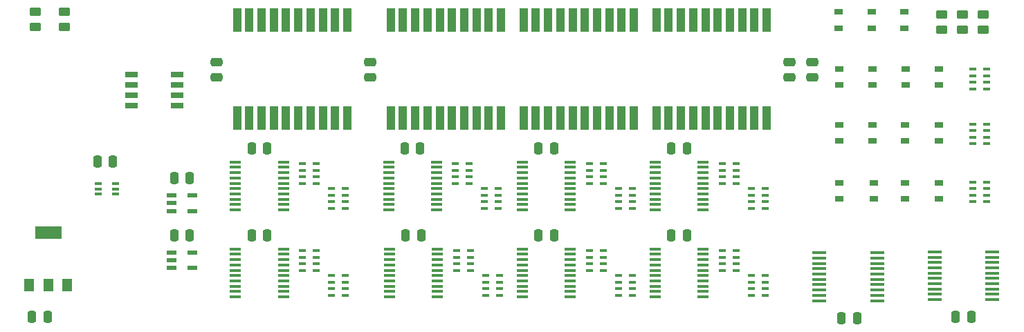
<source format=gtp>
%TF.GenerationSoftware,KiCad,Pcbnew,8.0.5*%
%TF.CreationDate,2024-11-30T10:21:50+02:00*%
%TF.ProjectId,W65C816 Debug Display,57363543-3831-4362-9044-656275672044,V1*%
%TF.SameCoordinates,PX2b4c984PY5781bbc*%
%TF.FileFunction,Paste,Top*%
%TF.FilePolarity,Positive*%
%FSLAX46Y46*%
G04 Gerber Fmt 4.6, Leading zero omitted, Abs format (unit mm)*
G04 Created by KiCad (PCBNEW 8.0.5) date 2024-11-30 10:21:50*
%MOMM*%
%LPD*%
G01*
G04 APERTURE LIST*
G04 Aperture macros list*
%AMRoundRect*
0 Rectangle with rounded corners*
0 $1 Rounding radius*
0 $2 $3 $4 $5 $6 $7 $8 $9 X,Y pos of 4 corners*
0 Add a 4 corners polygon primitive as box body*
4,1,4,$2,$3,$4,$5,$6,$7,$8,$9,$2,$3,0*
0 Add four circle primitives for the rounded corners*
1,1,$1+$1,$2,$3*
1,1,$1+$1,$4,$5*
1,1,$1+$1,$6,$7*
1,1,$1+$1,$8,$9*
0 Add four rect primitives between the rounded corners*
20,1,$1+$1,$2,$3,$4,$5,0*
20,1,$1+$1,$4,$5,$6,$7,0*
20,1,$1+$1,$6,$7,$8,$9,0*
20,1,$1+$1,$8,$9,$2,$3,0*%
G04 Aperture macros list end*
%ADD10RoundRect,0.250000X0.475000X-0.250000X0.475000X0.250000X-0.475000X0.250000X-0.475000X-0.250000X0*%
%ADD11RoundRect,0.250000X0.450000X-0.262500X0.450000X0.262500X-0.450000X0.262500X-0.450000X-0.262500X0*%
%ADD12R,1.000000X0.800000*%
%ADD13RoundRect,0.250000X0.250000X0.475000X-0.250000X0.475000X-0.250000X-0.475000X0.250000X-0.475000X0*%
%ADD14R,0.900000X0.450000*%
%ADD15R,1.800000X0.450000*%
%ADD16R,1.000000X3.000000*%
%ADD17R,1.475000X0.450000*%
%ADD18R,0.875000X0.450000*%
%ADD19RoundRect,0.250000X-0.250000X-0.475000X0.250000X-0.475000X0.250000X0.475000X-0.250000X0.475000X0*%
%ADD20R,1.500000X0.700000*%
%ADD21R,1.250000X0.600000*%
%ADD22R,1.200000X1.500000*%
%ADD23R,3.300000X1.500000*%
G04 APERTURE END LIST*
D10*
%TO.C,C4*%
X43307000Y34118000D03*
X43307000Y36018000D03*
%TD*%
D11*
%TO.C,R5*%
X115819500Y39996700D03*
X115819500Y41821700D03*
%TD*%
D12*
%TO.C,LED5*%
X104834000Y28305800D03*
X104834000Y26305800D03*
%TD*%
D13*
%TO.C,C7*%
X21254000Y21717000D03*
X19354000Y21717000D03*
%TD*%
D10*
%TO.C,C9*%
X97437000Y34118000D03*
X97437000Y36018000D03*
%TD*%
D12*
%TO.C,LED10*%
X108898000Y35163800D03*
X108898000Y33163800D03*
%TD*%
%TO.C,LED11*%
X112962000Y35163800D03*
X112962000Y33163800D03*
%TD*%
D14*
%TO.C,RN14*%
X71860000Y10433800D03*
X71860000Y11233800D03*
X71860000Y12033800D03*
X71860000Y12833800D03*
X70160000Y12833800D03*
X70160000Y12033800D03*
X70160000Y11233800D03*
X70160000Y10433800D03*
%TD*%
%TO.C,RN16*%
X59160000Y7385800D03*
X59160000Y8185800D03*
X59160000Y8985800D03*
X59160000Y9785800D03*
X57460000Y9785800D03*
X57460000Y8985800D03*
X57460000Y8185800D03*
X57460000Y7385800D03*
%TD*%
D15*
%TO.C,IC11*%
X105404000Y6727000D03*
X105404000Y7377000D03*
X105404001Y8027000D03*
X105404000Y8677000D03*
X105404000Y9327000D03*
X105404000Y9977000D03*
X105404000Y10627000D03*
X105404001Y11277000D03*
X105404000Y11927000D03*
X105404000Y12577000D03*
X98304000Y12577000D03*
X98304000Y11927000D03*
X98303999Y11277000D03*
X98304000Y10627000D03*
X98304000Y9977000D03*
X98304000Y9327000D03*
X98304000Y8677000D03*
X98303999Y8027000D03*
X98304000Y7377000D03*
X98304000Y6727000D03*
%TD*%
D14*
%TO.C,RN17*%
X59033000Y18053800D03*
X59033000Y18853800D03*
X59033000Y19653800D03*
X59033000Y20453800D03*
X57333000Y20453800D03*
X57333000Y19653800D03*
X57333000Y18853800D03*
X57333000Y18053800D03*
%TD*%
D12*
%TO.C,LED9*%
X104834000Y35163800D03*
X104834000Y33163800D03*
%TD*%
D16*
%TO.C,DS1*%
X27051000Y29117000D03*
X28551000Y29117000D03*
X30051000Y29117000D03*
X31551000Y29117000D03*
X33051000Y29117000D03*
X34551000Y29117000D03*
X36051000Y29117000D03*
X37551000Y29117000D03*
X39051000Y29117000D03*
X40551000Y29117000D03*
X40551000Y41117000D03*
X39051000Y41117000D03*
X37551000Y41117000D03*
X36051000Y41117000D03*
X34551000Y41117000D03*
X33051000Y41117000D03*
X31551000Y41117000D03*
X30051000Y41117000D03*
X28551000Y41117000D03*
X27051000Y41117000D03*
%TD*%
D17*
%TO.C,IC8*%
X45593000Y23722000D03*
X45593000Y23072000D03*
X45593000Y22422000D03*
X45593000Y21772000D03*
X45593000Y21122000D03*
X45593000Y20472000D03*
X45593000Y19822000D03*
X45593000Y19172000D03*
X45593000Y18522000D03*
X45593000Y17872000D03*
X51469000Y17872000D03*
X51469000Y18522000D03*
X51469000Y19172000D03*
X51469000Y19822000D03*
X51469000Y20472000D03*
X51469000Y21122000D03*
X51469000Y21772000D03*
X51469000Y22422000D03*
X51469000Y23072000D03*
X51469000Y23722000D03*
%TD*%
D18*
%TO.C,IC12*%
X10033000Y21082000D03*
X10033000Y20432000D03*
X10033000Y19782000D03*
X12157000Y19782000D03*
X12157000Y20432000D03*
X12157000Y21082000D03*
%TD*%
D14*
%TO.C,RN13*%
X75416000Y18053800D03*
X75416000Y18853800D03*
X75416000Y19653800D03*
X75416000Y20453800D03*
X73716000Y20453800D03*
X73716000Y19653800D03*
X73716000Y18853800D03*
X73716000Y18053800D03*
%TD*%
D12*
%TO.C,LED13*%
X104961000Y21193800D03*
X104961000Y19193800D03*
%TD*%
D14*
%TO.C,RN2*%
X118794000Y32709000D03*
X118794000Y33509000D03*
X118794000Y34309000D03*
X118794000Y35109000D03*
X117094000Y35109000D03*
X117094000Y34309000D03*
X117094000Y33509000D03*
X117094000Y32709000D03*
%TD*%
D13*
%TO.C,C19*%
X65848000Y14701000D03*
X63948000Y14701000D03*
%TD*%
D12*
%TO.C,LED3*%
X104770500Y42164000D03*
X104770500Y40164000D03*
%TD*%
%TO.C,LED2*%
X100706500Y42164000D03*
X100706500Y40164000D03*
%TD*%
D17*
%TO.C,IC6*%
X78232000Y23722000D03*
X78232000Y23072000D03*
X78232000Y22422000D03*
X78232000Y21772000D03*
X78232000Y21122000D03*
X78232000Y20472000D03*
X78232000Y19822000D03*
X78232000Y19172000D03*
X78232000Y18522000D03*
X78232000Y17872000D03*
X84108000Y17872000D03*
X84108000Y18522000D03*
X84108000Y19172000D03*
X84108000Y19822000D03*
X84108000Y20472000D03*
X84108000Y21122000D03*
X84108000Y21772000D03*
X84108000Y22422000D03*
X84108000Y23072000D03*
X84108000Y23722000D03*
%TD*%
D12*
%TO.C,LED4*%
X100770000Y28305800D03*
X100770000Y26305800D03*
%TD*%
D19*
%TO.C,C3*%
X1971000Y4750000D03*
X3871000Y4750000D03*
%TD*%
D12*
%TO.C,LED6*%
X108771000Y28305800D03*
X108771000Y26305800D03*
%TD*%
D20*
%TO.C,IC3*%
X14144000Y34417000D03*
X14144000Y33147000D03*
X14144000Y31877000D03*
X14144000Y30607000D03*
X19694000Y30607000D03*
X19694000Y31877000D03*
X19694000Y33147000D03*
X19694000Y34417000D03*
%TD*%
D12*
%TO.C,LED12*%
X100770000Y21193800D03*
X100770000Y19193800D03*
%TD*%
D14*
%TO.C,RN7*%
X36750000Y21101800D03*
X36750000Y21901800D03*
X36750000Y22701800D03*
X36750000Y23501800D03*
X35050000Y23501800D03*
X35050000Y22701800D03*
X35050000Y21901800D03*
X35050000Y21101800D03*
%TD*%
D11*
%TO.C,R3*%
X118349500Y39996700D03*
X118349500Y41821700D03*
%TD*%
D21*
%TO.C,IC9*%
X19070000Y19619000D03*
X19070000Y18669000D03*
X19070000Y17719000D03*
X21570000Y17719000D03*
X21570000Y19619000D03*
%TD*%
D16*
%TO.C,DS3*%
X62120000Y29117000D03*
X63620000Y29117000D03*
X65120000Y29117000D03*
X66620000Y29117000D03*
X68120000Y29117000D03*
X69620000Y29117000D03*
X71120000Y29117000D03*
X72620000Y29117000D03*
X74120000Y29117000D03*
X75620000Y29117000D03*
X75620000Y41117000D03*
X74120000Y41117000D03*
X72620000Y41117000D03*
X71120000Y41117000D03*
X69620000Y41117000D03*
X68120000Y41117000D03*
X66620000Y41117000D03*
X65120000Y41117000D03*
X63620000Y41117000D03*
X62120000Y41117000D03*
%TD*%
D14*
%TO.C,RN4*%
X40306000Y7385800D03*
X40306000Y8185800D03*
X40306000Y8985800D03*
X40306000Y9785800D03*
X38606000Y9785800D03*
X38606000Y8985800D03*
X38606000Y8185800D03*
X38606000Y7385800D03*
%TD*%
%TO.C,RN5*%
X40306000Y18053800D03*
X40306000Y18853800D03*
X40306000Y19653800D03*
X40306000Y20453800D03*
X38606000Y20453800D03*
X38606000Y19653800D03*
X38606000Y18853800D03*
X38606000Y18053800D03*
%TD*%
D11*
%TO.C,R6*%
X2387000Y40310000D03*
X2387000Y42135000D03*
%TD*%
D13*
%TO.C,C18*%
X11856000Y23749000D03*
X9956000Y23749000D03*
%TD*%
D15*
%TO.C,IC10*%
X119501000Y6854000D03*
X119501000Y7504000D03*
X119501001Y8154000D03*
X119501000Y8804000D03*
X119501000Y9454000D03*
X119501000Y10104000D03*
X119501000Y10754000D03*
X119501001Y11404000D03*
X119501000Y12054000D03*
X119501000Y12704000D03*
X112401000Y12704000D03*
X112401000Y12054000D03*
X112400999Y11404000D03*
X112401000Y10754000D03*
X112401000Y10104000D03*
X112401000Y9454000D03*
X112401000Y8804000D03*
X112400999Y8154000D03*
X112401000Y7504000D03*
X112401000Y6854000D03*
%TD*%
D12*
%TO.C,LED1*%
X108707500Y42164000D03*
X108707500Y40164000D03*
%TD*%
D14*
%TO.C,RN6*%
X36750000Y10433800D03*
X36750000Y11233800D03*
X36750000Y12033800D03*
X36750000Y12833800D03*
X35050000Y12833800D03*
X35050000Y12033800D03*
X35050000Y11233800D03*
X35050000Y10433800D03*
%TD*%
D11*
%TO.C,R1*%
X5943000Y40310000D03*
X5943000Y42135000D03*
%TD*%
D13*
%TO.C,C15*%
X82104000Y25369000D03*
X80204000Y25369000D03*
%TD*%
D14*
%TO.C,RN8*%
X91672000Y7385800D03*
X91672000Y8185800D03*
X91672000Y8985800D03*
X91672000Y9785800D03*
X89972000Y9785800D03*
X89972000Y8985800D03*
X89972000Y8185800D03*
X89972000Y7385800D03*
%TD*%
D13*
%TO.C,C23*%
X65848000Y25369000D03*
X63948000Y25369000D03*
%TD*%
D19*
%TO.C,C12*%
X115017000Y4699000D03*
X116917000Y4699000D03*
%TD*%
%TO.C,C13*%
X101047000Y4572000D03*
X102947000Y4572000D03*
%TD*%
D16*
%TO.C,DS4*%
X45864000Y29117000D03*
X47364000Y29117000D03*
X48864000Y29117000D03*
X50364000Y29117000D03*
X51864000Y29117000D03*
X53364000Y29117000D03*
X54864000Y29117000D03*
X56364000Y29117000D03*
X57864000Y29117000D03*
X59364000Y29117000D03*
X59364000Y41117000D03*
X57864000Y41117000D03*
X56364000Y41117000D03*
X54864000Y41117000D03*
X53364000Y41117000D03*
X51864000Y41117000D03*
X50364000Y41117000D03*
X48864000Y41117000D03*
X47364000Y41117000D03*
X45864000Y41117000D03*
%TD*%
D17*
%TO.C,IC15*%
X61976000Y13054000D03*
X61976000Y12404000D03*
X61976000Y11754000D03*
X61976000Y11104000D03*
X61976000Y10454000D03*
X61976000Y9804000D03*
X61976000Y9154000D03*
X61976000Y8504000D03*
X61976000Y7854000D03*
X61976000Y7204000D03*
X67852000Y7204000D03*
X67852000Y7854000D03*
X67852000Y8504000D03*
X67852000Y9154000D03*
X67852000Y9804000D03*
X67852000Y10454000D03*
X67852000Y11104000D03*
X67852000Y11754000D03*
X67852000Y12404000D03*
X67852000Y13054000D03*
%TD*%
%TO.C,IC7*%
X61976000Y23722000D03*
X61976000Y23072000D03*
X61976000Y22422000D03*
X61976000Y21772000D03*
X61976000Y21122000D03*
X61976000Y20472000D03*
X61976000Y19822000D03*
X61976000Y19172000D03*
X61976000Y18522000D03*
X61976000Y17872000D03*
X67852000Y17872000D03*
X67852000Y18522000D03*
X67852000Y19172000D03*
X67852000Y19822000D03*
X67852000Y20472000D03*
X67852000Y21122000D03*
X67852000Y21772000D03*
X67852000Y22422000D03*
X67852000Y23072000D03*
X67852000Y23722000D03*
%TD*%
D14*
%TO.C,RN9*%
X91672000Y18053800D03*
X91672000Y18853800D03*
X91672000Y19653800D03*
X91672000Y20453800D03*
X89972000Y20453800D03*
X89972000Y19653800D03*
X89972000Y18853800D03*
X89972000Y18053800D03*
%TD*%
%TO.C,RN18*%
X55604000Y10433800D03*
X55604000Y11233800D03*
X55604000Y12033800D03*
X55604000Y12833800D03*
X53904000Y12833800D03*
X53904000Y12033800D03*
X53904000Y11233800D03*
X53904000Y10433800D03*
%TD*%
D17*
%TO.C,IC5*%
X26866000Y23722000D03*
X26866000Y23072000D03*
X26866000Y22422000D03*
X26866000Y21772000D03*
X26866000Y21122000D03*
X26866000Y20472000D03*
X26866000Y19822000D03*
X26866000Y19172000D03*
X26866000Y18522000D03*
X26866000Y17872000D03*
X32742000Y17872000D03*
X32742000Y18522000D03*
X32742000Y19172000D03*
X32742000Y19822000D03*
X32742000Y20472000D03*
X32742000Y21122000D03*
X32742000Y21772000D03*
X32742000Y22422000D03*
X32742000Y23072000D03*
X32742000Y23722000D03*
%TD*%
D12*
%TO.C,LED15*%
X112962000Y21193800D03*
X112962000Y19193800D03*
%TD*%
D13*
%TO.C,C11*%
X49465000Y25369000D03*
X47565000Y25369000D03*
%TD*%
D22*
%TO.C,IC2*%
X1637000Y8662000D03*
X3937000Y8662000D03*
X6237000Y8662000D03*
D23*
X3937000Y15062000D03*
%TD*%
D12*
%TO.C,LED7*%
X112962000Y28305800D03*
X112962000Y26305800D03*
%TD*%
%TO.C,LED8*%
X100770000Y35163800D03*
X100770000Y33163800D03*
%TD*%
D11*
%TO.C,R4*%
X113269500Y39996700D03*
X113269500Y41821700D03*
%TD*%
D14*
%TO.C,RN1*%
X118794000Y25978000D03*
X118794000Y26778000D03*
X118794000Y27578000D03*
X118794000Y28378000D03*
X117094000Y28378000D03*
X117094000Y27578000D03*
X117094000Y26778000D03*
X117094000Y25978000D03*
%TD*%
D17*
%TO.C,IC14*%
X78232000Y13054000D03*
X78232000Y12404000D03*
X78232000Y11754000D03*
X78232000Y11104000D03*
X78232000Y10454000D03*
X78232000Y9804000D03*
X78232000Y9154000D03*
X78232000Y8504000D03*
X78232000Y7854000D03*
X78232000Y7204000D03*
X84108000Y7204000D03*
X84108000Y7854000D03*
X84108000Y8504000D03*
X84108000Y9154000D03*
X84108000Y9804000D03*
X84108000Y10454000D03*
X84108000Y11104000D03*
X84108000Y11754000D03*
X84108000Y12404000D03*
X84108000Y13054000D03*
%TD*%
%TO.C,IC16*%
X45720000Y13054000D03*
X45720000Y12404000D03*
X45720000Y11754000D03*
X45720000Y11104000D03*
X45720000Y10454000D03*
X45720000Y9804000D03*
X45720000Y9154000D03*
X45720000Y8504000D03*
X45720000Y7854000D03*
X45720000Y7204000D03*
X51596000Y7204000D03*
X51596000Y7854000D03*
X51596000Y8504000D03*
X51596000Y9154000D03*
X51596000Y9804000D03*
X51596000Y10454000D03*
X51596000Y11104000D03*
X51596000Y11754000D03*
X51596000Y12404000D03*
X51596000Y13054000D03*
%TD*%
D10*
%TO.C,C5*%
X24511000Y34118000D03*
X24511000Y36018000D03*
%TD*%
D14*
%TO.C,RN11*%
X88116000Y21101800D03*
X88116000Y21901800D03*
X88116000Y22701800D03*
X88116000Y23501800D03*
X86416000Y23501800D03*
X86416000Y22701800D03*
X86416000Y21901800D03*
X86416000Y21101800D03*
%TD*%
D21*
%TO.C,IC1*%
X19070000Y12634000D03*
X19070000Y11684000D03*
X19070000Y10734000D03*
X21570000Y10734000D03*
X21570000Y12634000D03*
%TD*%
D12*
%TO.C,LED14*%
X108771000Y21193800D03*
X108771000Y19193800D03*
%TD*%
D13*
%TO.C,C22*%
X49592000Y14701000D03*
X47692000Y14701000D03*
%TD*%
D10*
%TO.C,C8*%
X94615000Y34118000D03*
X94615000Y36018000D03*
%TD*%
D13*
%TO.C,C2*%
X82104000Y14701000D03*
X80204000Y14701000D03*
%TD*%
%TO.C,C10*%
X30738000Y14701000D03*
X28838000Y14701000D03*
%TD*%
%TO.C,C14*%
X30738000Y25369000D03*
X28838000Y25369000D03*
%TD*%
D14*
%TO.C,RN12*%
X75416000Y7385800D03*
X75416000Y8185800D03*
X75416000Y8985800D03*
X75416000Y9785800D03*
X73716000Y9785800D03*
X73716000Y8985800D03*
X73716000Y8185800D03*
X73716000Y7385800D03*
%TD*%
D16*
%TO.C,DS2*%
X78376000Y29117000D03*
X79876000Y29117000D03*
X81376000Y29117000D03*
X82876000Y29117000D03*
X84376000Y29117000D03*
X85876000Y29117000D03*
X87376000Y29117000D03*
X88876000Y29117000D03*
X90376000Y29117000D03*
X91876000Y29117000D03*
X91876000Y41117000D03*
X90376000Y41117000D03*
X88876000Y41117000D03*
X87376000Y41117000D03*
X85876000Y41117000D03*
X84376000Y41117000D03*
X82876000Y41117000D03*
X81376000Y41117000D03*
X79876000Y41117000D03*
X78376000Y41117000D03*
%TD*%
D14*
%TO.C,RN15*%
X71860000Y21101800D03*
X71860000Y21901800D03*
X71860000Y22701800D03*
X71860000Y23501800D03*
X70160000Y23501800D03*
X70160000Y22701800D03*
X70160000Y21901800D03*
X70160000Y21101800D03*
%TD*%
D13*
%TO.C,C6*%
X21254000Y14732000D03*
X19354000Y14732000D03*
%TD*%
D17*
%TO.C,IC13*%
X26866000Y13054000D03*
X26866000Y12404000D03*
X26866000Y11754000D03*
X26866000Y11104000D03*
X26866000Y10454000D03*
X26866000Y9804000D03*
X26866000Y9154000D03*
X26866000Y8504000D03*
X26866000Y7854000D03*
X26866000Y7204000D03*
X32742000Y7204000D03*
X32742000Y7854000D03*
X32742000Y8504000D03*
X32742000Y9154000D03*
X32742000Y9804000D03*
X32742000Y10454000D03*
X32742000Y11104000D03*
X32742000Y11754000D03*
X32742000Y12404000D03*
X32742000Y13054000D03*
%TD*%
D14*
%TO.C,RN3*%
X118794000Y18866000D03*
X118794000Y19666000D03*
X118794000Y20466000D03*
X118794000Y21266000D03*
X117094000Y21266000D03*
X117094000Y20466000D03*
X117094000Y19666000D03*
X117094000Y18866000D03*
%TD*%
%TO.C,RN19*%
X55477000Y21101800D03*
X55477000Y21901800D03*
X55477000Y22701800D03*
X55477000Y23501800D03*
X53777000Y23501800D03*
X53777000Y22701800D03*
X53777000Y21901800D03*
X53777000Y21101800D03*
%TD*%
%TO.C,RN10*%
X88116000Y10433800D03*
X88116000Y11233800D03*
X88116000Y12033800D03*
X88116000Y12833800D03*
X86416000Y12833800D03*
X86416000Y12033800D03*
X86416000Y11233800D03*
X86416000Y10433800D03*
%TD*%
M02*

</source>
